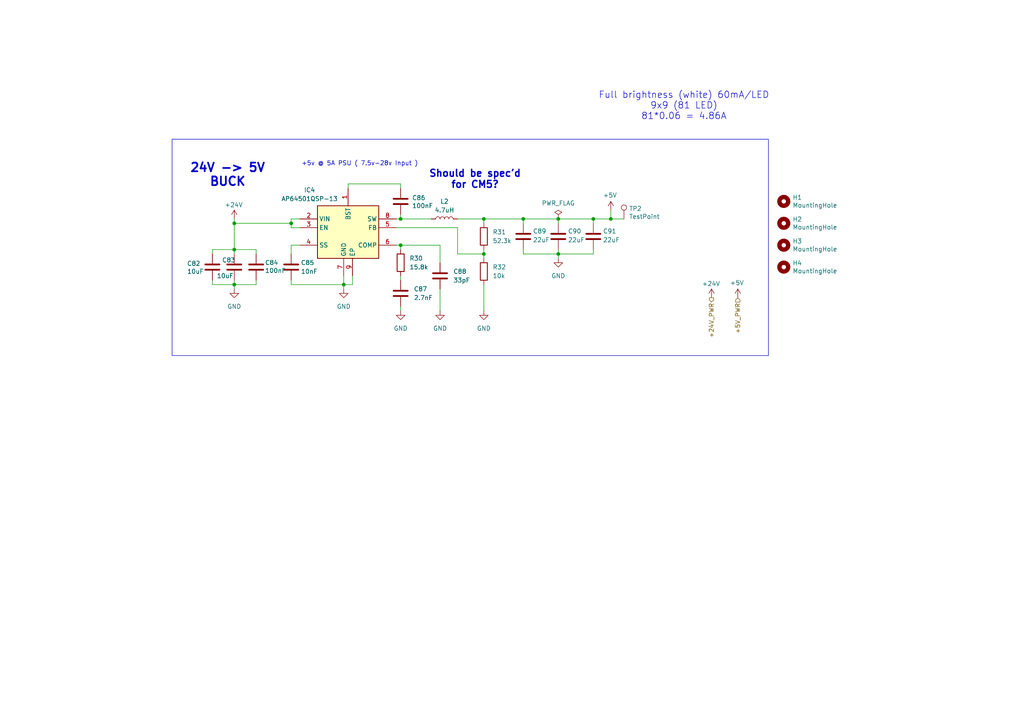
<source format=kicad_sch>
(kicad_sch (version 20250114) (generator "eeschema") (generator_version "9.0")
  (paper "A4")
  (lib_symbols
    (symbol "AP64501QSP-13:AP64501QSP-13"
      (property "Reference" "IC" (at 26.67 7.62 0))
      (property "Value" "AP64501QSP-13" (at 26.67 5.08 0))
      (symbol "AP64501QSP-13_1_1"
        (rectangle (start 5.08 2.54) (end 22.86 -12.7) (stroke (width 0.254)) (fill (type background)))
        (pin power_in line (at 0 -1.27 0) (length 5.08) (name "VIN") (number "2"))
        (pin input line (at 0 -3.81 0) (length 5.08) (name "EN") (number "3"))
        (pin input line (at 0 -8.89 0) (length 5.08) (name "SS") (number "4"))
        (pin power_in line (at 12.7 -17.78 90) (length 5.08) (name "GND") (number "7"))
        (pin input line (at 13.97 7.62 270) (length 5.08) (name "BST") (number "1"))
        (pin passive line (at 15.24 -17.78 90) (length 5.08) (name "EP") (number "9"))
        (pin power_out line (at 27.94 -1.27 180) (length 5.08) (name "SW") (number "8"))
        (pin output line (at 27.94 -3.81 180) (length 5.08) (name "FB") (number "5"))
        (pin passive line (at 27.94 -8.89 180) (length 5.08) (name "COMP") (number "6"))
      )
    )
    (symbol "Connector:TestPoint" (pin_numbers (hide yes)) (pin_names (offset 0.762) (hide yes))
      (property "Reference" "TP" (at 0 6.858 0))
      (property "Value" "TestPoint" (at 0 5.08 0))
      (symbol "TestPoint_0_1"
        (circle (center 0 3.302) (radius 0.762))
      )
      (symbol "TestPoint_1_1"
        (pin passive line (at 0 0 90) (length 2.54) (name "1") (number "1"))
      )
    )
    (symbol "Device:C" (pin_numbers (hide yes)) (pin_names (offset 0.254))
      (property "Reference" "C" (at 0.635 2.54 0))
      (property "Value" "C" (at 0.635 -2.54 0))
      (symbol "C_0_1"
        (polyline (pts (xy -2.032 0.762) (xy 2.032 0.762)) (stroke (width 0.508)))
        (polyline (pts (xy -2.032 -0.762) (xy 2.032 -0.762)) (stroke (width 0.508)))
      )
      (symbol "C_1_1"
        (pin passive line (at 0 3.81 270) (length 2.794) (name "~") (number "1"))
        (pin passive line (at 0 -3.81 90) (length 2.794) (name "~") (number "2"))
      )
    )
    (symbol "Device:L" (pin_numbers (hide yes)) (pin_names (offset 1.016) (hide yes))
      (property "Reference" "L" (at -1.27 0 90))
      (property "Value" "L" (at 1.905 0 90))
      (symbol "L_0_1"
        (arc (start 0 2.54) (mid 0.6323 1.905) (end 0 1.27))
        (arc (start 0 1.27) (mid 0.6323 0.635) (end 0 0))
        (arc (start 0 0) (mid 0.6323 -0.635) (end 0 -1.27))
        (arc (start 0 -1.27) (mid 0.6323 -1.905) (end 0 -2.54))
      )
      (symbol "L_1_1"
        (pin passive line (at 0 3.81 270) (length 1.27) (name "1") (number "1"))
        (pin passive line (at 0 -3.81 90) (length 1.27) (name "2") (number "2"))
      )
    )
    (symbol "Device:R" (pin_numbers (hide yes)) (pin_names (offset 0))
      (property "Reference" "R" (at 2.032 0 90))
      (property "Value" "R" (at 0 0 90))
      (symbol "R_0_1"
        (rectangle (start -1.016 -2.54) (end 1.016 2.54) (stroke (width 0.254)))
      )
      (symbol "R_1_1"
        (pin passive line (at 0 3.81 270) (length 1.27) (name "~") (number "1"))
        (pin passive line (at 0 -3.81 90) (length 1.27) (name "~") (number "2"))
      )
    )
    (symbol "Mechanical:MountingHole" (pin_names (offset 1.016)) (exclude_from_sim yes) (in_bom no)
      (property "Reference" "H" (at 0 5.08 0))
      (property "Value" "MountingHole" (at 0 3.175 0))
      (symbol "MountingHole_0_1"
        (circle (center 0 0) (radius 1.27) (stroke (width 1.27)))
      )
    )
    (symbol "power:+12V" (power) (pin_numbers (hide yes)) (pin_names (offset 0) (hide yes))
      (property "Value" "+12V" (at 0 3.556 0))
      (symbol "+12V_0_1"
        (polyline (pts (xy -0.762 1.27) (xy 0 2.54)))
        (polyline (pts (xy 0 2.54) (xy 0.762 1.27)))
        (polyline (pts (xy 0 0) (xy 0 2.54)))
      )
      (symbol "+12V_1_1"
        (pin power_in line (at 0 0 90) (length 0) (name "~") (number "1"))
      )
    )
    (symbol "power:+5V" (power) (pin_numbers (hide yes)) (pin_names (offset 0) (hide yes))
      (property "Value" "+5V" (at 0 3.556 0))
      (symbol "+5V_0_1"
        (polyline (pts (xy -0.762 1.27) (xy 0 2.54)))
        (polyline (pts (xy 0 2.54) (xy 0.762 1.27)))
        (polyline (pts (xy 0 0) (xy 0 2.54)))
      )
      (symbol "+5V_1_1"
        (pin power_in line (at 0 0 90) (length 0) (name "~") (number "1"))
      )
    )
    (symbol "power:GND" (power) (pin_numbers (hide yes)) (pin_names (offset 0) (hide yes))
      (property "Value" "GND" (at 0 -3.81 0))
      (symbol "GND_0_1"
        (polyline (pts (xy 0 0) (xy 0 -1.27) (xy 1.27 -1.27) (xy 0 -2.54) (xy -1.27 -1.27) (xy 0 -1.27)))
      )
      (symbol "GND_1_1"
        (pin power_in line (at 0 0 270) (length 0) (name "~") (number "1"))
      )
    )
    (symbol "power:PWR_FLAG" (power) (pin_numbers (hide yes)) (pin_names (offset 0) (hide yes))
      (property "Value" "PWR_FLAG" (at 0 3.81 0))
      (symbol "PWR_FLAG_0_0"
        (pin power_out line (at 0 0 90) (length 0) (name "~") (number "1"))
      )
      (symbol "PWR_FLAG_0_1"
        (polyline (pts (xy 0 0) (xy 0 1.27) (xy -1.016 1.905) (xy 0 2.54) (xy 1.016 1.905) (xy 0 1.27)))
      )
    )
  )
  (rectangle (start 49.911 40.386) (end 222.885 103.124))
  (text "24V -> 5V\nBUCK" (at 66.04 50.8 0) (effects (font (size 2.5 2.5) (thickness 0.5) (bold yes))))
  (text "+5v @ 5A PSU ( 7.5v-28v Input )" (at 121.285 48.26 0) (effects (font (size 1.27 1.27)) (justify right bottom)))
  (text "Should be spec'd\nfor CM5?" (at 137.795 52.07 0) (effects (font (size 2 2) (thickness 0.4) (bold yes))))
  (text "Full brightness (white) 60mA/LED\n9x9 (81 LED)\n81*0.06 = 4.86A" (at 198.374 30.734 0) (effects (font (size 1.905 1.905))))
  (junction (at 140.335 73.66))
  (junction (at 67.945 82.55))
  (junction (at 161.925 63.5))
  (junction (at 161.925 73.66))
  (junction (at 116.205 71.12))
  (junction (at 177.165 63.5))
  (junction (at 67.945 64.77))
  (junction (at 172.085 63.5))
  (junction (at 99.695 82.55))
  (junction (at 116.205 63.5))
  (junction (at 151.765 63.5))
  (junction (at 140.335 63.5))
  (junction (at 67.945 72.39))
  (junction (at 84.455 64.77))
  (wire (pts (xy 114.935 71.12) (xy 116.205 71.12)))
  (wire (pts (xy 161.925 73.66) (xy 172.085 73.66)))
  (wire (pts (xy 151.765 64.77) (xy 151.765 63.5)))
  (wire (pts (xy 161.925 64.77) (xy 161.925 63.5)))
  (wire (pts (xy 140.335 82.55) (xy 140.335 90.17)))
  (wire (pts (xy 67.945 82.55) (xy 67.945 81.28)))
  (wire (pts (xy 151.765 73.66) (xy 161.925 73.66)))
  (wire (pts (xy 84.455 64.77) (xy 84.455 66.04)))
  (wire (pts (xy 74.295 81.28) (xy 74.295 82.55)))
  (wire (pts (xy 84.455 63.5) (xy 86.995 63.5)))
  (wire (pts (xy 67.945 64.77) (xy 67.945 63.5)))
  (wire (pts (xy 100.965 53.34) (xy 116.205 53.34)))
  (wire (pts (xy 67.945 72.39) (xy 74.295 72.39)))
  (wire (pts (xy 67.945 64.77) (xy 84.455 64.77)))
  (wire (pts (xy 99.695 80.01) (xy 99.695 82.55)))
  (wire (pts (xy 116.205 71.12) (xy 116.205 72.39)))
  (wire (pts (xy 151.765 63.5) (xy 161.925 63.5)))
  (wire (pts (xy 114.935 63.5) (xy 116.205 63.5)))
  (wire (pts (xy 180.975 63.5) (xy 177.165 63.5)))
  (wire (pts (xy 61.595 72.39) (xy 67.945 72.39)))
  (wire (pts (xy 127.635 76.2) (xy 127.635 71.12)))
  (wire (pts (xy 67.945 82.55) (xy 74.295 82.55)))
  (wire (pts (xy 84.455 71.12) (xy 84.455 73.66)))
  (wire (pts (xy 67.945 72.39) (xy 67.945 73.66)))
  (wire (pts (xy 84.455 63.5) (xy 84.455 64.77)))
  (wire (pts (xy 140.335 63.5) (xy 140.335 64.77)))
  (wire (pts (xy 116.205 63.5) (xy 116.205 62.23)))
  (wire (pts (xy 140.335 63.5) (xy 151.765 63.5)))
  (wire (pts (xy 99.695 82.55) (xy 84.455 82.55)))
  (wire (pts (xy 61.595 72.39) (xy 61.595 73.66)))
  (wire (pts (xy 86.995 71.12) (xy 84.455 71.12)))
  (wire (pts (xy 132.715 66.04) (xy 132.715 73.66)))
  (wire (pts (xy 84.455 81.28) (xy 84.455 82.55)))
  (wire (pts (xy 132.715 73.66) (xy 140.335 73.66)))
  (wire (pts (xy 177.165 63.5) (xy 177.165 60.96)))
  (wire (pts (xy 172.085 72.39) (xy 172.085 73.66)))
  (wire (pts (xy 116.205 71.12) (xy 127.635 71.12)))
  (wire (pts (xy 116.205 53.34) (xy 116.205 54.61)))
  (wire (pts (xy 102.235 80.01) (xy 102.235 82.55)))
  (wire (pts (xy 61.595 82.55) (xy 61.595 81.28)))
  (wire (pts (xy 67.945 64.77) (xy 67.945 72.39)))
  (wire (pts (xy 61.595 82.55) (xy 67.945 82.55)))
  (wire (pts (xy 67.945 83.82) (xy 67.945 82.55)))
  (wire (pts (xy 161.925 73.66) (xy 161.925 72.39)))
  (wire (pts (xy 140.335 72.39) (xy 140.335 73.66)))
  (wire (pts (xy 151.765 72.39) (xy 151.765 73.66)))
  (wire (pts (xy 100.965 54.61) (xy 100.965 53.34)))
  (wire (pts (xy 140.335 73.66) (xy 140.335 74.93)))
  (wire (pts (xy 132.715 63.5) (xy 140.335 63.5)))
  (wire (pts (xy 114.935 66.04) (xy 132.715 66.04)))
  (wire (pts (xy 99.695 82.55) (xy 99.695 83.82)))
  (wire (pts (xy 84.455 66.04) (xy 86.995 66.04)))
  (wire (pts (xy 161.925 63.5) (xy 172.085 63.5)))
  (wire (pts (xy 102.235 82.55) (xy 99.695 82.55)))
  (wire (pts (xy 116.205 80.01) (xy 116.205 81.28)))
  (wire (pts (xy 172.085 64.77) (xy 172.085 63.5)))
  (wire (pts (xy 74.295 72.39) (xy 74.295 73.66)))
  (wire (pts (xy 161.925 73.66) (xy 161.925 74.93)))
  (wire (pts (xy 127.635 83.82) (xy 127.635 90.17)))
  (wire (pts (xy 172.085 63.5) (xy 177.165 63.5)))
  (wire (pts (xy 116.205 63.5) (xy 125.095 63.5)))
  (wire (pts (xy 116.205 88.9) (xy 116.205 90.17)))
  (hierarchical_label "+24V_PWR" (shape output) (at 206.375 86.36 270))
  (hierarchical_label "+5V_PWR" (shape input) (at 213.995 86.36 270))
  (symbol (lib_id "power:PWR_FLAG") (at 161.925 63.5 0) (unit 1)
    (property "Reference" "#FLG02" (effects (hide yes)))
    (property "Value" "PWR_FLAG" (at 161.925 58.928 0))
    (property "Description" "Special symbol for telling ERC where power comes from" (effects (hide yes)))
  )
  (symbol (lib_id "Device:R") (at 116.205 76.2 0) (unit 1)
    (property "Reference" "R30" (at 118.745 74.9299 0) (effects (justify left)))
    (property "Value" "15.8k" (at 118.745 77.4699 0) (effects (justify left)))
    (property "Footprint" "Resistor_SMD:R_0603_1608Metric" (effects (hide yes)))
    (property "Description" "Resistor" (effects (hide yes)))
    (property "P/N" "AA0805FR-0715K8L" (effects (hide yes)))
    (property "JLC" "C17468" (effects (hide yes)))
  )
  (symbol (lib_id "Mechanical:MountingHole") (at 227.33 58.42 0) (unit 1)
    (property "Reference" "H1" (at 229.87 57.2516 0) (effects (justify left)))
    (property "Value" "MountingHole" (at 229.87 59.563 0) (effects (justify left)))
    (property "Footprint" "MountingHole:MountingHole_3.2mm_M3" (effects (hide yes)))
    (property "Description" "Mounting Hole without connection" (effects (hide yes)))
    (property "JLC" "N/A" (effects (hide yes)))
  )
  (symbol (lib_id "power:+5V") (at 177.165 60.96 0) (unit 1)
    (property "Reference" "#PWR0247" (effects (hide yes)))
    (property "Value" "+5V" (at 176.911 56.642 0))
    (property "Description" "Power symbol creates a global label with name \"+5V\"" (effects (hide yes)))
  )
  (symbol (lib_id "power:+12V") (at 206.375 86.36 0) (unit 1)
    (property "Reference" "#PWR0248" (effects (hide yes)))
    (property "Value" "+24V" (at 203.581 82.296 0) (effects (justify left)))
    (property "Description" "Power symbol creates a global label with name \"+12V\"" (effects (hide yes)))
  )
  (symbol (lib_id "Device:C") (at 151.765 68.58 0) (unit 1)
    (property "Reference" "C89" (at 154.559 67.056 0) (effects (justify left)))
    (property "Value" "22uF" (at 154.559 69.596 0) (effects (justify left)))
    (property "Footprint" "Capacitor_SMD:C_0603_1608Metric" (effects (hide yes)))
    (property "Description" "Unpolarized capacitor" (effects (hide yes)))
    (property "P/N" "C2012X5R1V226M125AC" (effects (hide yes)))
    (property "JLC" "C338078" (effects (hide yes)))
  )
  (symbol (lib_id "Device:C") (at 127.635 80.01 0) (unit 1)
    (property "Reference" "C88" (at 131.445 78.7399 0) (effects (justify left)))
    (property "Value" "33pF" (at 131.445 81.2799 0) (effects (justify left)))
    (property "Footprint" "Capacitor_SMD:C_0603_1608Metric" (effects (hide yes)))
    (property "Description" "Unpolarized capacitor" (effects (hide yes)))
    (property "P/N" "C0603X330M1HACTU" (effects (hide yes)))
    (property "JLC" "C1663" (effects (hide yes)))
  )
  (symbol (lib_id "power:GND") (at 67.945 83.82 0) (unit 1)
    (property "Reference" "#PWR0241" (effects (hide yes)))
    (property "Value" "GND" (at 67.945 88.9 0))
    (property "Description" "Power symbol creates a global label with name \"GND\" , ground" (effects (hide yes)))
  )
  (symbol (lib_id "power:GND") (at 140.335 90.17 0) (unit 1)
    (property "Reference" "#PWR0245" (effects (hide yes)))
    (property "Value" "GND" (at 140.335 95.25 0))
    (property "Description" "Power symbol creates a global label with name \"GND\" , ground" (effects (hide yes)))
  )
  (symbol (lib_id "Mechanical:MountingHole") (at 227.33 77.47 0) (unit 1)
    (property "Reference" "H4" (at 229.87 76.3016 0) (effects (justify left)))
    (property "Value" "MountingHole" (at 229.87 78.613 0) (effects (justify left)))
    (property "Footprint" "MountingHole:MountingHole_3.2mm_M3" (effects (hide yes)))
    (property "Description" "Mounting Hole without connection" (effects (hide yes)))
    (property "JLC" "N/A" (effects (hide yes)))
  )
  (symbol (lib_id "Mechanical:MountingHole") (at 227.33 64.77 0) (unit 1)
    (property "Reference" "H2" (at 229.87 63.6016 0) (effects (justify left)))
    (property "Value" "MountingHole" (at 229.87 65.913 0) (effects (justify left)))
    (property "Footprint" "MountingHole:MountingHole_3.2mm_M3" (effects (hide yes)))
    (property "Description" "Mounting Hole without connection" (effects (hide yes)))
    (property "JLC" "N/A" (effects (hide yes)))
  )
  (symbol (lib_id "Device:C") (at 74.295 77.47 0) (unit 1)
    (property "Reference" "C84" (at 76.835 76.1746 0) (effects (justify left)))
    (property "Value" "100nF" (at 76.835 78.486 0) (effects (justify left)))
    (property "Footprint" "Capacitor_SMD:C_0603_1608Metric" (effects (hide yes)))
    (property "Description" "Unpolarized capacitor" (effects (hide yes)))
    (property "P/N" "MLASH168SB7104KTNA01 " (effects (hide yes)))
    (property "JLC" "C14663" (effects (hide yes)))
  )
  (symbol (lib_id "Device:R") (at 140.335 68.58 0) (unit 1)
    (property "Reference" "R31" (at 142.875 67.3099 0) (effects (justify left)))
    (property "Value" "52.3k" (at 142.875 69.8499 0) (effects (justify left)))
    (property "Footprint" "Resistor_SMD:R_0603_1608Metric" (effects (hide yes)))
    (property "Description" "Resistor" (effects (hide yes)))
    (property "P/N" "RMCF0805FT52K3" (effects (hide yes)))
    (property "JLC" "C22369875" (effects (hide yes)))
  )
  (symbol (lib_id "Device:C") (at 61.595 77.47 0) (unit 1)
    (property "Reference" "C82" (at 54.229 76.4286 0) (effects (justify left)))
    (property "Value" "10uF" (at 54.229 78.74 0) (effects (justify left)))
    (property "Footprint" "Capacitor_SMD:C_0603_1608Metric" (effects (hide yes)))
    (property "Description" "Unpolarized capacitor" (effects (hide yes)))
    (property "P/N" "GRM21BR61H106KE43K " (effects (hide yes)))
    (property "JLC" "C440198" (effects (hide yes)))
  )
  (symbol (lib_id "Device:L") (at 128.905 63.5 90) (unit 1)
    (property "Reference" "L2" (at 128.905 58.42 90))
    (property "Value" "4.7uH" (at 128.905 60.96 90))
    (property "Footprint" "LedMatrix:INDPM110100X540N" (effects (hide yes)))
    (property "Description" "Inductor" (effects (hide yes)))
    (property "P/N" " SRP1050WA-4R7M " (effects (hide yes)))
    (property "JLC" "C19947673" (effects (hide yes)))
  )
  (symbol (lib_id "power:GND") (at 99.695 83.82 0) (unit 1)
    (property "Reference" "#PWR0242" (effects (hide yes)))
    (property "Value" "GND" (at 99.695 88.9 0))
    (property "Description" "Power symbol creates a global label with name \"GND\" , ground" (effects (hide yes)))
  )
  (symbol (lib_id "Mechanical:MountingHole") (at 227.33 71.12 0) (unit 1)
    (property "Reference" "H3" (at 229.87 69.9516 0) (effects (justify left)))
    (property "Value" "MountingHole" (at 229.87 72.263 0) (effects (justify left)))
    (property "Footprint" "MountingHole:MountingHole_3.2mm_M3" (effects (hide yes)))
    (property "Description" "Mounting Hole without connection" (effects (hide yes)))
    (property "JLC" "N/A" (effects (hide yes)))
  )
  (symbol (lib_id "Device:C") (at 172.085 68.58 0) (unit 1)
    (property "Reference" "C91" (at 174.879 67.056 0) (effects (justify left)))
    (property "Value" "22uF" (at 174.879 69.596 0) (effects (justify left)))
    (property "Footprint" "Capacitor_SMD:C_0603_1608Metric" (effects (hide yes)))
    (property "Description" "Unpolarized capacitor" (effects (hide yes)))
    (property "P/N" "C2012X5R1V226M125AC" (effects (hide yes)))
    (property "JLC" "C338078" (effects (hide yes)))
  )
  (symbol (lib_id "power:GND") (at 161.925 74.93 0) (unit 1)
    (property "Reference" "#PWR0246" (effects (hide yes)))
    (property "Value" "GND" (at 161.925 80.01 0))
    (property "Description" "Power symbol creates a global label with name \"GND\" , ground" (effects (hide yes)))
  )
  (symbol (lib_id "Device:R") (at 140.335 78.74 0) (unit 1)
    (property "Reference" "R32" (at 142.875 77.4699 0) (effects (justify left)))
    (property "Value" "10k" (at 142.875 80.0099 0) (effects (justify left)))
    (property "Footprint" "Resistor_SMD:R_0603_1608Metric" (effects (hide yes)))
    (property "Description" "Resistor" (effects (hide yes)))
    (property "P/N" "AC0805DR-0710KL" (effects (hide yes)))
    (property "JLC" "C17414" (effects (hide yes)))
  )
  (symbol (lib_id "Device:C") (at 116.205 58.42 0) (unit 1)
    (property "Reference" "C86" (at 119.507 57.3786 0) (effects (justify left)))
    (property "Value" "100nF" (at 119.507 59.69 0) (effects (justify left)))
    (property "Footprint" "Capacitor_SMD:C_0603_1608Metric" (effects (hide yes)))
    (property "Description" "Unpolarized capacitor" (effects (hide yes)))
    (property "P/N" "MLASH168SB7104KTNA01 " (effects (hide yes)))
    (property "JLC" "C14663" (effects (hide yes)))
  )
  (symbol (lib_id "power:+5V") (at 213.995 86.36 0) (unit 1)
    (property "Reference" "#PWR0249" (effects (hide yes)))
    (property "Value" "+5V" (at 213.741 82.042 0))
    (property "Description" "Power symbol creates a global label with name \"+5V\"" (effects (hide yes)))
  )
  (symbol (lib_id "Device:C") (at 116.205 85.09 0) (unit 1)
    (property "Reference" "C87" (at 120.015 83.8199 0) (effects (justify left)))
    (property "Value" "2.7nF" (at 120.015 86.3599 0) (effects (justify left)))
    (property "Footprint" "Capacitor_SMD:C_0603_1608Metric" (effects (hide yes)))
    (property "Description" "Unpolarized capacitor" (effects (hide yes)))
    (property "P/N" "08051C272J4Z2A" (effects (hide yes)))
    (property "JLC" "C107085" (effects (hide yes)))
  )
  (symbol (lib_id "Device:C") (at 161.925 68.58 0) (unit 1)
    (property "Reference" "C90" (at 164.719 67.056 0) (effects (justify left)))
    (property "Value" "22uF" (at 164.719 69.596 0) (effects (justify left)))
    (property "Footprint" "Capacitor_SMD:C_0603_1608Metric" (effects (hide yes)))
    (property "Description" "Unpolarized capacitor" (effects (hide yes)))
    (property "P/N" "C2012X5R1V226M125AC" (effects (hide yes)))
    (property "JLC" "C338078" (effects (hide yes)))
  )
  (symbol (lib_id "AP64501QSP-13:AP64501QSP-13") (at 86.995 62.23 0) (unit 1)
    (property "Reference" "IC4" (at 89.789 55.118 0))
    (property "Value" "AP64501QSP-13" (at 89.789 57.658 0))
    (property "Footprint" "LedMatrix:SOIC127P600X163-9N" (effects (hide yes)))
    (property "Datasheet" "https://www.diodes.com//assets/Datasheets/AP64501Q.pdf" (effects (hide yes)))
    (property "Description" "DIODES INC. - AP64501QSP-13 - DC-DC Switching Synchronous Buck Regulator, Adjustable, 3.8-40 V in, 0.8-40 V out, 3 A out, HSOIC-8" (effects (hide yes)))
    (property "P/N" "AP64501QSP-13" (effects (hide yes)))
    (property "JLC" "C2071517" (effects (hide yes)))
  )
  (symbol (lib_id "power:GND") (at 127.635 90.17 0) (unit 1)
    (property "Reference" "#PWR0244" (effects (hide yes)))
    (property "Value" "GND" (at 127.635 95.25 0))
    (property "Description" "Power symbol creates a global label with name \"GND\" , ground" (effects (hide yes)))
  )
  (symbol (lib_id "Connector:TestPoint") (at 180.975 63.5 0) (unit 1)
    (property "Reference" "TP2" (at 182.4482 60.5028 0) (effects (justify left)))
    (property "Value" "TestPoint" (at 182.4482 62.8142 0) (effects (justify left)))
    (property "Footprint" "TestPoint:TestPoint_Keystone_5005-5009_Compact" (effects (hide yes)))
    (property "Description" "test point" (effects (hide yes)))
    (property "JLC" "N/A" (effects (hide yes)))
  )
  (symbol (lib_id "Device:C") (at 67.945 77.47 0) (unit 1)
    (property "Reference" "C83" (at 64.389 75.438 0) (effects (justify left)))
    (property "Value" "10uF" (at 62.865 80.01 0) (effects (justify left)))
    (property "Footprint" "Capacitor_SMD:C_0603_1608Metric" (effects (hide yes)))
    (property "Description" "Unpolarized capacitor" (effects (hide yes)))
    (property "P/N" "GRM21BR61H106KE43K " (effects (hide yes)))
    (property "JLC" "C440198" (effects (hide yes)))
  )
  (symbol (lib_id "Device:C") (at 84.455 77.47 0) (unit 1)
    (property "Reference" "C85" (at 87.249 76.2 0) (effects (justify left)))
    (property "Value" "10nF" (at 87.249 78.74 0) (effects (justify left)))
    (property "Footprint" "Capacitor_SMD:C_0603_1608Metric" (effects (hide yes)))
    (property "Description" "Unpolarized capacitor" (effects (hide yes)))
    (property "P/N" "MSASH168SB5103KTNA01 " (effects (hide yes)))
    (property "JLC" "C1589" (effects (hide yes)))
  )
  (symbol (lib_id "power:GND") (at 116.205 90.17 0) (unit 1)
    (property "Reference" "#PWR0243" (effects (hide yes)))
    (property "Value" "GND" (at 116.205 95.25 0))
    (property "Description" "Power symbol creates a global label with name \"GND\" , ground" (effects (hide yes)))
  )
  (symbol (lib_id "power:+12V") (at 67.945 63.5 0) (unit 1)
    (property "Reference" "#PWR0240" (effects (hide yes)))
    (property "Value" "+24V" (at 65.151 59.436 0) (effects (justify left)))
    (property "Description" "Power symbol creates a global label with name \"+12V\"" (effects (hide yes)))
  )
)
</source>
